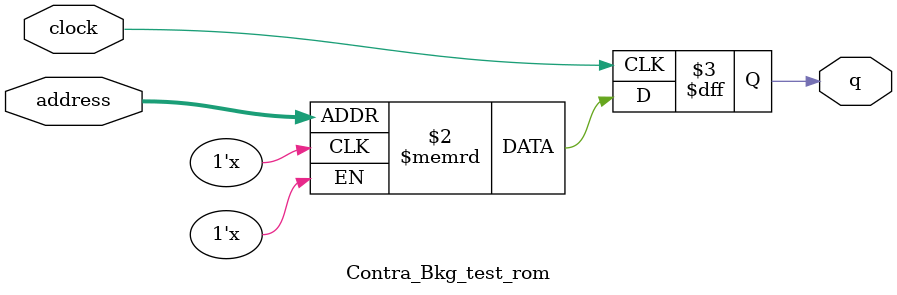
<source format=sv>
module Contra_Bkg_test_rom (
	input logic clock,
	input logic [18:0] address,
	output logic [0:0] q
);

logic [0:0] memory [0:307199] /* synthesis ram_init_file = "./Contra_Bkg_test/Contra_Bkg_test.mif" */;

always_ff @ (posedge clock) begin
	q <= memory[address];
end

endmodule

</source>
